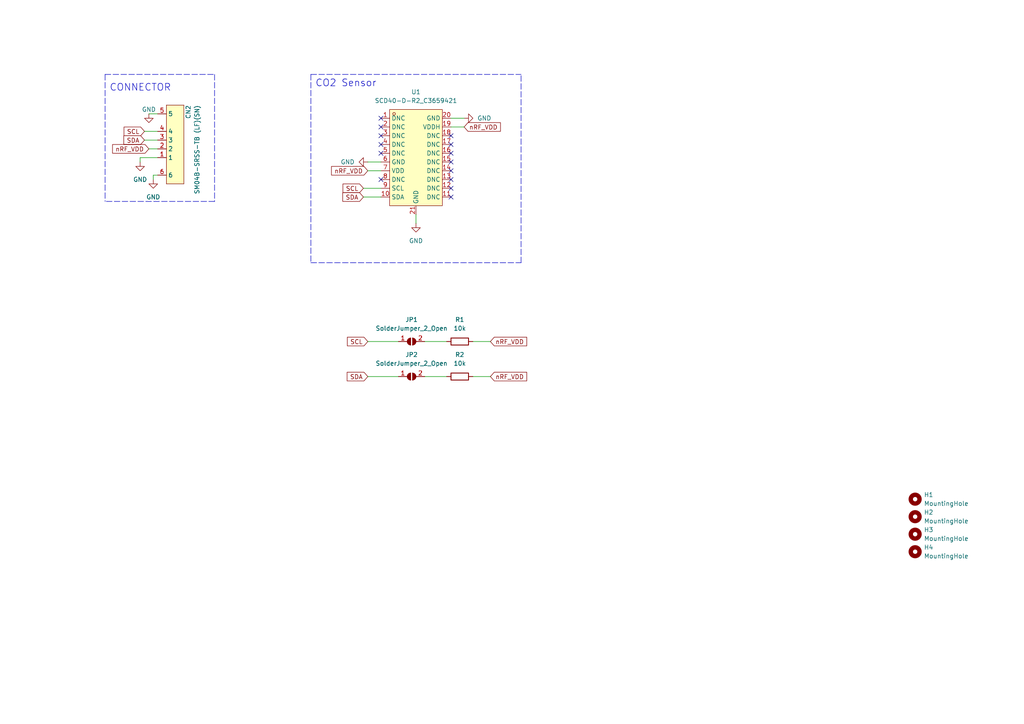
<source format=kicad_sch>
(kicad_sch (version 20230121) (generator eeschema)
  (paper "A4")
  (title_block (title "Schneggi Sensor") (date "2024-06-08") (rev "1.1") (company "Michael Rogger"))
  (lib_symbols
    (symbol "Device:R" (pin_numbers hide) (pin_names (offset 0))
      (property "Reference" "R" (at 2.032 0 90))
      (property "Value" "R" (at 0 0 90))
      (symbol "R_0_1"
        (rectangle (start -1.016 -2.54) (end 1.016 2.54) (stroke (width 0.254)))
      )
      (symbol "R_1_1"
        (pin passive line (at 0 3.81 270) (length 1.27) (name "~") (number "1"))
        (pin passive line (at 0 -3.81 90) (length 1.27) (name "~") (number "2"))
      )
    )
    (symbol "Jumper:SolderJumper_2_Open" (pin_names (offset 0) hide)
      (property "Reference" "JP" (at 0 2.032 0))
      (property "Value" "SolderJumper_2_Open" (at 0 -2.54 0))
      (symbol "SolderJumper_2_Open_0_1"
        (arc (start -0.254 1.016) (mid -1.2656 0) (end -0.254 -1.016))
        (arc (start -0.254 1.016) (mid -1.2656 0) (end -0.254 -1.016) (fill (type outline)))
        (polyline (pts (xy -0.254 1.016) (xy -0.254 -1.016)))
        (polyline (pts (xy 0.254 1.016) (xy 0.254 -1.016)))
        (arc (start 0.254 -1.016) (mid 1.2656 0) (end 0.254 1.016))
        (arc (start 0.254 -1.016) (mid 1.2656 0) (end 0.254 1.016) (fill (type outline)))
      )
      (symbol "SolderJumper_2_Open_1_1"
        (pin passive line (at -3.81 0 0) (length 2.54) (name "A") (number "1"))
        (pin passive line (at 3.81 0 180) (length 2.54) (name "B") (number "2"))
      )
    )
    (symbol "Mechanical:MountingHole" (pin_names (offset 1.016))
      (property "Reference" "H" (at 0 5.08 0))
      (property "Value" "MountingHole" (at 0 3.175 0))
      (symbol "MountingHole_0_1"
        (circle (center 0 0) (radius 1.27) (stroke (width 1.27)))
      )
    )
    (symbol "power:GND" (power) (pin_names (offset 0))
      (property "Value" "GND" (at 0 -3.81 0))
      (symbol "GND_0_1"
        (polyline (pts (xy 0 0) (xy 0 -1.27) (xy 1.27 -1.27) (xy 0 -2.54) (xy -1.27 -1.27) (xy 0 -1.27)))
      )
      (symbol "GND_1_1"
        (pin power_in line (at 0 0 270) (length 0) hide (name "GND") (number "1"))
      )
    )
    (symbol "schneggi_library:SCD40-D-R2_C3659421"
      (property "Reference" "U" (at 0 16.51 0))
      (property "Value" "SCD40-D-R2_C3659421" (at 0 -21.59 0))
      (symbol "SCD40-D-R2_C3659421_0_1"
        (rectangle (start -7.62 13.97) (end 7.62 -13.97) (fill (type background)))
        (circle (center -6.35 12.7) (radius 0.38))
        (pin unspecified line (at -10.16 11.43 0) (length 2.54) (name "DNC") (number "1"))
        (pin unspecified line (at -10.16 -11.43 0) (length 2.54) (name "SDA") (number "10"))
        (pin unspecified line (at 10.16 -11.43 180) (length 2.54) (name "DNC") (number "11"))
        (pin unspecified line (at 10.16 -8.89 180) (length 2.54) (name "DNC") (number "12"))
        (pin unspecified line (at 10.16 -6.35 180) (length 2.54) (name "DNC") (number "13"))
        (pin unspecified line (at 10.16 -3.81 180) (length 2.54) (name "DNC") (number "14"))
        (pin unspecified line (at 10.16 -1.27 180) (length 2.54) (name "DNC") (number "15"))
        (pin unspecified line (at 10.16 1.27 180) (length 2.54) (name "DNC") (number "16"))
        (pin unspecified line (at 10.16 3.81 180) (length 2.54) (name "DNC") (number "17"))
        (pin unspecified line (at 10.16 6.35 180) (length 2.54) (name "DNC") (number "18"))
        (pin unspecified line (at 10.16 8.89 180) (length 2.54) (name "VDDH") (number "19"))
        (pin unspecified line (at -10.16 8.89 0) (length 2.54) (name "DNC") (number "2"))
        (pin unspecified line (at 10.16 11.43 180) (length 2.54) (name "GND") (number "20"))
        (pin unspecified line (at 0 -16.51 90) (length 2.54) (name "GND") (number "21"))
        (pin unspecified line (at -10.16 6.35 0) (length 2.54) (name "DNC") (number "3"))
        (pin unspecified line (at -10.16 3.81 0) (length 2.54) (name "DNC") (number "4"))
        (pin unspecified line (at -10.16 1.27 0) (length 2.54) (name "DNC") (number "5"))
        (pin unspecified line (at -10.16 -1.27 0) (length 2.54) (name "GND") (number "6"))
        (pin unspecified line (at -10.16 -3.81 0) (length 2.54) (name "VDD") (number "7"))
        (pin unspecified line (at -10.16 -6.35 0) (length 2.54) (name "DNC") (number "8"))
        (pin unspecified line (at -10.16 -8.89 0) (length 2.54) (name "SCL") (number "9"))
      )
    )
    (symbol "schneggi_library:SM04B-SRSS-TB(LF)(SN)"
      (property "Reference" "CN" (at 0 8.89 0))
      (property "Value" "SM04B-SRSS-TB (LF)(SN)" (at 0 -1.27 0))
      (symbol "SM04B-SRSS-TB(LF)(SN)_0_1"
        (rectangle (start -11.43 1.27) (end 11.43 -3.81) (fill (type background)))
        (pin unspecified line (at -3.81 3.81 270) (length 2.54) (name "1") (number "1"))
        (pin unspecified line (at -1.27 3.81 270) (length 2.54) (name "2") (number "2"))
        (pin unspecified line (at 1.27 3.81 270) (length 2.54) (name "3") (number "3"))
        (pin unspecified line (at 3.81 3.81 270) (length 2.54) (name "4") (number "4"))
        (pin unspecified line (at 8.89 3.81 270) (length 2.54) (name "5") (number "5"))
        (pin unspecified line (at -8.89 3.81 270) (length 2.54) (name "6") (number "6"))
      )
    )
  )
  (no_connect (at 110.49 41.91))
  (no_connect (at 130.81 44.45))
  (no_connect (at 110.49 34.29))
  (no_connect (at 130.81 39.37))
  (no_connect (at 130.81 46.99))
  (no_connect (at 110.49 39.37))
  (no_connect (at 110.49 44.45))
  (no_connect (at 130.81 52.07))
  (no_connect (at 130.81 41.91))
  (no_connect (at 130.81 54.61))
  (no_connect (at 110.49 36.83))
  (no_connect (at 130.81 57.15))
  (no_connect (at 130.81 49.53))
  (no_connect (at 110.49 52.07))
  (wire (pts (xy 137.16 109.22) (xy 142.24 109.22)))
  (polyline (pts (xy 62.23 21.59) (xy 62.23 58.42)) (stroke (width 0) (type dash)))
  (wire (pts (xy 106.68 49.53) (xy 110.49 49.53)))
  (polyline (pts (xy 90.17 76.2) (xy 151.13 76.2)) (stroke (width 0) (type dash)))
  (wire (pts (xy 44.45 50.8) (xy 44.45 52.07)))
  (wire (pts (xy 123.19 99.06) (xy 129.54 99.06)))
  (wire (pts (xy 105.41 54.61) (xy 110.49 54.61)))
  (wire (pts (xy 130.81 36.83) (xy 134.62 36.83)))
  (polyline (pts (xy 62.23 58.42) (xy 30.48 58.42)) (stroke (width 0) (type dash)))
  (wire (pts (xy 40.64 45.72) (xy 45.72 45.72)))
  (wire (pts (xy 41.91 40.64) (xy 45.72 40.64)))
  (wire (pts (xy 106.68 46.99) (xy 110.49 46.99)))
  (wire (pts (xy 130.81 34.29) (xy 134.62 34.29)))
  (wire (pts (xy 106.68 99.06) (xy 115.57 99.06)))
  (wire (pts (xy 43.18 43.18) (xy 45.72 43.18)))
  (wire (pts (xy 123.19 109.22) (xy 129.54 109.22)))
  (wire (pts (xy 105.41 57.15) (xy 110.49 57.15)))
  (wire (pts (xy 40.64 46.99) (xy 40.64 45.72)))
  (wire (pts (xy 137.16 99.06) (xy 142.24 99.06)))
  (polyline (pts (xy 90.17 21.59) (xy 90.17 76.2)) (stroke (width 0) (type dash)))
  (polyline (pts (xy 90.17 21.59) (xy 151.13 21.59)) (stroke (width 0) (type dash)))
  (polyline (pts (xy 30.48 21.59) (xy 30.48 58.42)) (stroke (width 0) (type dash)))
  (wire (pts (xy 106.68 109.22) (xy 115.57 109.22)))
  (wire (pts (xy 41.91 38.1) (xy 45.72 38.1)))
  (polyline (pts (xy 151.13 76.2) (xy 151.13 21.59)) (stroke (width 0) (type dash)))
  (wire (pts (xy 120.65 62.23) (xy 120.65 64.77)))
  (wire (pts (xy 43.18 33.02) (xy 45.72 33.02)))
  (polyline (pts (xy 30.48 21.59) (xy 62.23 21.59)) (stroke (width 0) (type dash)))
  (wire (pts (xy 45.72 50.8) (xy 44.45 50.8)))
  (text "CO2 Sensor" (at 91.44 25.4 0) (effects (font (size 2 2)) (justify left bottom)))
  (text "CONNECTOR" (at 31.75 26.67 0) (effects (font (size 2 2)) (justify left bottom)))
  (global_label "SDA" (shape input) (at 41.91 40.64 180) (property "Intersheetrefs" "${INTERSHEET_REFS}" (effects hide)))
  (global_label "nRF_VDD" (shape input) (at 142.24 99.06 0) (property "Intersheetrefs" "${INTERSHEET_REFS}" (effects hide)))
  (global_label "nRF_VDD" (shape input) (at 134.62 36.83 0) (property "Intersheetrefs" "${INTERSHEET_REFS}" (effects hide)))
  (global_label "SDA" (shape input) (at 105.41 57.15 180) (property "Intersheetrefs" "${INTERSHEET_REFS}" (effects hide)))
  (global_label "SCL" (shape input) (at 106.68 99.06 180) (property "Intersheetrefs" "${INTERSHEET_REFS}" (effects hide)))
  (global_label "nRF_VDD" (shape input) (at 43.18 43.18 180) (property "Intersheetrefs" "${INTERSHEET_REFS}" (effects hide)))
  (global_label "SCL" (shape input) (at 105.41 54.61 180) (property "Intersheetrefs" "${INTERSHEET_REFS}" (effects hide)))
  (global_label "SCL" (shape input) (at 41.91 38.1 180) (property "Intersheetrefs" "${INTERSHEET_REFS}" (effects hide)))
  (global_label "nRF_VDD" (shape input) (at 142.24 109.22 0) (property "Intersheetrefs" "${INTERSHEET_REFS}" (effects hide)))
  (global_label "nRF_VDD" (shape input) (at 106.68 49.53 180) (property "Intersheetrefs" "${INTERSHEET_REFS}" (effects hide)))
  (global_label "SDA" (shape input) (at 106.68 109.22 180) (property "Intersheetrefs" "${INTERSHEET_REFS}" (effects hide)))
  (symbol (lib_id "schneggi_library:SCD40-D-R2_C3659421") (at 120.65 45.72 0) (unit 1)
    (property "Reference" "U1" (at 120.65 26.67 0))
    (property "Value" "SCD40-D-R2_C3659421" (at 120.65 29.21 0))
    (property "Footprint" "schneggi_library:LGA-20_L10.1-W10.1-P1.25-TL" (effects hide))
    (property "LCSC Part" "C3659421" (effects hide))
  )
  (symbol (lib_id "Jumper:SolderJumper_2_Open") (at 119.38 109.22 0) (unit 1)
    (property "Reference" "JP2" (at 119.38 102.87 0))
    (property "Value" "SolderJumper_2_Open" (at 119.38 105.41 0))
    (property "Footprint" "Jumper:SolderJumper-2_P1.3mm_Open_TrianglePad1.0x1.5mm" (effects hide))
  )
  (symbol (lib_id "power:GND") (at 43.18 33.02 0) (unit 1)
    (property "Reference" "#PWR012" (effects hide))
    (property "Value" "GND" (at 43.18 31.75 0))
  )
  (symbol (lib_id "power:GND") (at 44.45 52.07 0) (unit 1)
    (property "Reference" "#PWR013" (effects hide))
    (property "Value" "GND" (at 44.45 57.15 0))
  )
  (symbol (lib_id "schneggi_library:SM04B-SRSS-TB(LF)(SN)") (at 49.53 41.91 90) (unit 1)
    (property "Reference" "CN2" (at 54.61 30.48 0) (effects (justify right)))
    (property "Value" "SM04B-SRSS-TB (LF)(SN)" (at 57.15 30.48 0) (effects (justify right)))
    (property "Footprint" "schneggi_library:CONN-SMD_4P-P1.00_SM04B-SRSS-TB-LF-SN" (effects hide))
    (property "Datasheet" "https://lcsc.com/product-detail/Others_JST-Sales-America__JST-Sales-America-SM04B-SRSS-TB-LF-SN_C160404.html" (effects hide))
    (property "LCSC Part" "C160404" (effects hide))
  )
  (symbol (lib_id "power:GND") (at 134.62 34.29 90) (unit 1)
    (property "Reference" "#PWR03" (effects hide))
    (property "Value" "GND" (at 138.43 34.29 90) (effects (justify right)))
  )
  (symbol (lib_id "power:GND") (at 40.64 46.99 0) (unit 1)
    (property "Reference" "#PWR011" (effects hide))
    (property "Value" "GND" (at 40.64 52.07 0))
  )
  (symbol (lib_id "power:GND") (at 106.68 46.99 270) (unit 1)
    (property "Reference" "#PWR02" (effects hide))
    (property "Value" "GND" (at 102.87 46.99 90) (effects (justify right)))
  )
  (symbol (lib_id "Mechanical:MountingHole") (at 265.43 160.02 0) (unit 1)
    (property "Reference" "H4" (at 267.97 158.7499 0) (effects (justify left)))
    (property "Value" "MountingHole" (at 267.97 161.2899 0) (effects (justify left)))
    (property "Footprint" "MountingHole:MountingHole_2.2mm_M2" (effects hide))
  )
  (symbol (lib_id "Device:R") (at 133.35 99.06 90) (unit 1)
    (property "Reference" "R1" (at 133.35 92.71 90))
    (property "Value" "10k" (at 133.35 95.25 90))
    (property "Footprint" "Resistor_SMD:R_0603_1608Metric" (effects hide))
  )
  (symbol (lib_id "power:GND") (at 120.65 64.77 0) (unit 1)
    (property "Reference" "#PWR01" (effects hide))
    (property "Value" "GND" (at 120.65 69.85 0))
  )
  (symbol (lib_id "Mechanical:MountingHole") (at 265.43 144.78 0) (unit 1)
    (property "Reference" "H1" (at 267.97 143.5099 0) (effects (justify left)))
    (property "Value" "MountingHole" (at 267.97 146.0499 0) (effects (justify left)))
    (property "Footprint" "MountingHole:MountingHole_2.2mm_M2" (effects hide))
  )
  (symbol (lib_id "Mechanical:MountingHole") (at 265.43 149.86 0) (unit 1)
    (property "Reference" "H2" (at 267.97 148.5899 0) (effects (justify left)))
    (property "Value" "MountingHole" (at 267.97 151.1299 0) (effects (justify left)))
    (property "Footprint" "MountingHole:MountingHole_2.2mm_M2" (effects hide))
  )
  (symbol (lib_id "Device:R") (at 133.35 109.22 90) (unit 1)
    (property "Reference" "R2" (at 133.35 102.87 90))
    (property "Value" "10k" (at 133.35 105.41 90))
    (property "Footprint" "Resistor_SMD:R_0603_1608Metric" (effects hide))
  )
  (symbol (lib_id "Jumper:SolderJumper_2_Open") (at 119.38 99.06 0) (unit 1)
    (property "Reference" "JP1" (at 119.38 92.71 0))
    (property "Value" "SolderJumper_2_Open" (at 119.38 95.25 0))
    (property "Footprint" "Jumper:SolderJumper-2_P1.3mm_Open_TrianglePad1.0x1.5mm" (effects hide))
  )
  (symbol (lib_id "Mechanical:MountingHole") (at 265.43 154.94 0) (unit 1)
    (property "Reference" "H3" (at 267.97 153.6699 0) (effects (justify left)))
    (property "Value" "MountingHole" (at 267.97 156.2099 0) (effects (justify left)))
    (property "Footprint" "MountingHole:MountingHole_2.2mm_M2" (effects hide))
  )
)
</source>
